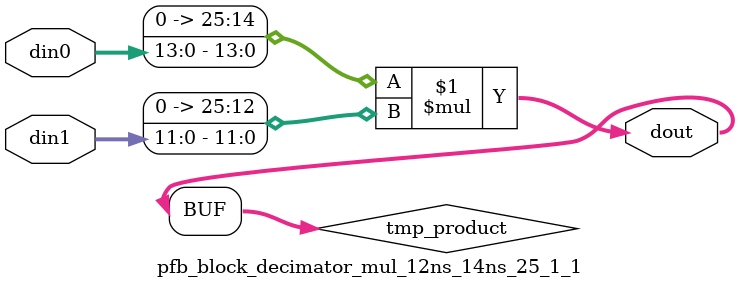
<source format=v>

`timescale 1 ns / 1 ps

  module pfb_block_decimator_mul_12ns_14ns_25_1_1(din0, din1, dout);
parameter ID = 1;
parameter NUM_STAGE = 0;
parameter din0_WIDTH = 14;
parameter din1_WIDTH = 12;
parameter dout_WIDTH = 26;

input [din0_WIDTH - 1 : 0] din0; 
input [din1_WIDTH - 1 : 0] din1; 
output [dout_WIDTH - 1 : 0] dout;

wire signed [dout_WIDTH - 1 : 0] tmp_product;










assign tmp_product = $signed({1'b0, din0}) * $signed({1'b0, din1});











assign dout = tmp_product;







endmodule

</source>
